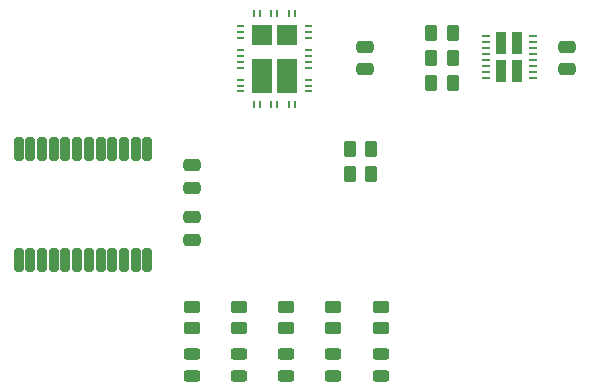
<source format=gbr>
%TF.GenerationSoftware,KiCad,Pcbnew,9.0.0*%
%TF.CreationDate,2025-04-03T15:52:47+03:00*%
%TF.ProjectId,poe splitter,706f6520-7370-46c6-9974-7465722e6b69,rev?*%
%TF.SameCoordinates,Original*%
%TF.FileFunction,Paste,Top*%
%TF.FilePolarity,Positive*%
%FSLAX46Y46*%
G04 Gerber Fmt 4.6, Leading zero omitted, Abs format (unit mm)*
G04 Created by KiCad (PCBNEW 9.0.0) date 2025-04-03 15:52:47*
%MOMM*%
%LPD*%
G01*
G04 APERTURE LIST*
G04 Aperture macros list*
%AMRoundRect*
0 Rectangle with rounded corners*
0 $1 Rounding radius*
0 $2 $3 $4 $5 $6 $7 $8 $9 X,Y pos of 4 corners*
0 Add a 4 corners polygon primitive as box body*
4,1,4,$2,$3,$4,$5,$6,$7,$8,$9,$2,$3,0*
0 Add four circle primitives for the rounded corners*
1,1,$1+$1,$2,$3*
1,1,$1+$1,$4,$5*
1,1,$1+$1,$6,$7*
1,1,$1+$1,$8,$9*
0 Add four rect primitives between the rounded corners*
20,1,$1+$1,$2,$3,$4,$5,0*
20,1,$1+$1,$4,$5,$6,$7,0*
20,1,$1+$1,$6,$7,$8,$9,0*
20,1,$1+$1,$8,$9,$2,$3,0*%
%AMOutline4P*
0 Free polygon, 4 corners , with rotation*
0 The origin of the aperture is its center*
0 number of corners: always 4*
0 $1 to $8 corner X, Y*
0 $9 Rotation angle, in degrees counterclockwise*
0 create outline with 4 corners*
4,1,4,$1,$2,$3,$4,$5,$6,$7,$8,$1,$2,$9*%
G04 Aperture macros list end*
%ADD10RoundRect,0.250000X-0.475000X0.250000X-0.475000X-0.250000X0.475000X-0.250000X0.475000X0.250000X0*%
%ADD11RoundRect,0.250000X0.262500X0.450000X-0.262500X0.450000X-0.262500X-0.450000X0.262500X-0.450000X0*%
%ADD12RoundRect,0.195000X-0.195000X0.805000X-0.195000X-0.805000X0.195000X-0.805000X0.195000X0.805000X0*%
%ADD13RoundRect,0.250000X0.450000X-0.262500X0.450000X0.262500X-0.450000X0.262500X-0.450000X-0.262500X0*%
%ADD14RoundRect,0.243750X-0.456250X0.243750X-0.456250X-0.243750X0.456250X-0.243750X0.456250X0.243750X0*%
%ADD15R,1.680000X1.680000*%
%ADD16R,1.680000X2.950000*%
%ADD17R,0.560000X0.280000*%
%ADD18C,0.280000*%
%ADD19R,0.280000X0.560000*%
%ADD20RoundRect,0.250000X-0.262500X-0.450000X0.262500X-0.450000X0.262500X0.450000X-0.262500X0.450000X0*%
%ADD21RoundRect,0.125000X-0.275000X-0.000010X0.275000X-0.000010X0.275000X0.000010X-0.275000X0.000010X0*%
%ADD22Outline4P,-0.450000X-0.925000X0.450000X-0.925000X0.450000X0.925000X-0.450000X0.925000X0.000000*%
%ADD23RoundRect,0.250000X0.475000X-0.250000X0.475000X0.250000X-0.475000X0.250000X-0.475000X-0.250000X0*%
G04 APERTURE END LIST*
D10*
%TO.C,C1*%
X116600000Y-58050000D03*
X116600000Y-59950000D03*
%TD*%
D11*
%TO.C,R4*%
X124012500Y-59000000D03*
X122187500Y-59000000D03*
%TD*%
D12*
%TO.C,TR2*%
X98140000Y-66750000D03*
X97150000Y-66750000D03*
X96160000Y-66750000D03*
X95170000Y-66750000D03*
X94180000Y-66750000D03*
X93190000Y-66750000D03*
X92200000Y-66750000D03*
X91210000Y-66750000D03*
X90220000Y-66750000D03*
X89230000Y-66750000D03*
X88240000Y-66750000D03*
X87250000Y-66750000D03*
X87250000Y-76150000D03*
X88240000Y-76150000D03*
X89230000Y-76150000D03*
X90220000Y-76150000D03*
X91210000Y-76150000D03*
X92200000Y-76150000D03*
X93190000Y-76150000D03*
X94180000Y-76150000D03*
X95170000Y-76150000D03*
X96160000Y-76150000D03*
X97150000Y-76150000D03*
X98140000Y-76150000D03*
%TD*%
D13*
%TO.C,R7*%
X105900000Y-81890000D03*
X105900000Y-80065000D03*
%TD*%
D10*
%TO.C,C4*%
X133700000Y-58050000D03*
X133700000Y-59950000D03*
%TD*%
D14*
%TO.C,D3*%
X109900000Y-84062500D03*
X109900000Y-85937500D03*
%TD*%
D15*
%TO.C,U1*%
X107860000Y-57040000D03*
D16*
X107860000Y-60525000D03*
D15*
X109940000Y-57040000D03*
D16*
X109940000Y-60525000D03*
D17*
X105980000Y-56350000D03*
D18*
X106260000Y-56350000D03*
D17*
X105980000Y-56850000D03*
D18*
X106260000Y-56850000D03*
D17*
X105980000Y-57350000D03*
D18*
X106260000Y-57350000D03*
D17*
X105980000Y-58350000D03*
D18*
X106260000Y-58350000D03*
D17*
X105980000Y-58850000D03*
D18*
X106260000Y-58850000D03*
D17*
X105980000Y-59350000D03*
D18*
X106260000Y-59350000D03*
D17*
X105980000Y-59850000D03*
D18*
X106260000Y-59850000D03*
D17*
X105980000Y-60850000D03*
D18*
X106260000Y-60850000D03*
D17*
X105980000Y-61350000D03*
D18*
X106260000Y-61350000D03*
D17*
X105980000Y-61850000D03*
D18*
X106260000Y-61850000D03*
X107150000Y-62745000D03*
D19*
X107150000Y-63025000D03*
D18*
X107650000Y-62745000D03*
D19*
X107650000Y-63025000D03*
D18*
X108650000Y-62745000D03*
D19*
X108650000Y-63025000D03*
D18*
X109150000Y-62745000D03*
D19*
X109150000Y-63025000D03*
D18*
X110150000Y-62745000D03*
D19*
X110150000Y-63025000D03*
D18*
X110650000Y-62745000D03*
D19*
X110650000Y-63025000D03*
D18*
X111540000Y-61850000D03*
D17*
X111820000Y-61850000D03*
D18*
X111540000Y-61350000D03*
D17*
X111820000Y-61350000D03*
D18*
X111540000Y-60850000D03*
D17*
X111820000Y-60850000D03*
D18*
X111540000Y-59850000D03*
D17*
X111820000Y-59850000D03*
D18*
X111540000Y-59350000D03*
D17*
X111820000Y-59350000D03*
D18*
X111540000Y-58850000D03*
D17*
X111820000Y-58850000D03*
D18*
X111540000Y-58350000D03*
D17*
X111820000Y-58350000D03*
D18*
X111540000Y-57350000D03*
D17*
X111820000Y-57350000D03*
D18*
X111540000Y-56850000D03*
D17*
X111820000Y-56850000D03*
D18*
X111540000Y-56350000D03*
D17*
X111820000Y-56350000D03*
D19*
X110650000Y-55175000D03*
D18*
X110650000Y-55455000D03*
D19*
X110150000Y-55175000D03*
D18*
X110150000Y-55455000D03*
D19*
X109150000Y-55175000D03*
D18*
X109150000Y-55455000D03*
D19*
X108650000Y-55175000D03*
D18*
X108650000Y-55455000D03*
D19*
X107650000Y-55175000D03*
D18*
X107650000Y-55455000D03*
D19*
X107150000Y-55175000D03*
D18*
X107150000Y-55455000D03*
%TD*%
D14*
%TO.C,D4*%
X113900000Y-84062500D03*
X113900000Y-85937500D03*
%TD*%
D11*
%TO.C,R2*%
X117112500Y-68800000D03*
X115287500Y-68800000D03*
%TD*%
D14*
%TO.C,D2*%
X105900000Y-84062500D03*
X105900000Y-85937500D03*
%TD*%
D20*
%TO.C,R3*%
X115287500Y-66700000D03*
X117112500Y-66700000D03*
%TD*%
D13*
%TO.C,R8*%
X109900000Y-81912500D03*
X109900000Y-80087500D03*
%TD*%
%TO.C,R6*%
X101900000Y-81890000D03*
X101900000Y-80065000D03*
%TD*%
D14*
%TO.C,D5*%
X117900000Y-84062500D03*
X117900000Y-85937500D03*
%TD*%
%TO.C,D1*%
X101900000Y-84040000D03*
X101900000Y-85915000D03*
%TD*%
D20*
%TO.C,R5*%
X122187500Y-61100000D03*
X124012500Y-61100000D03*
%TD*%
D21*
%TO.C,U2*%
X126780000Y-57190000D03*
X126780000Y-57690000D03*
X126780000Y-58190000D03*
X126780000Y-58690000D03*
X126780000Y-59190000D03*
X126780000Y-59690000D03*
X126780000Y-60190000D03*
X126780000Y-60690000D03*
X130780000Y-60690000D03*
X130780000Y-60190000D03*
X130780000Y-59690000D03*
X130780000Y-59190000D03*
X130780000Y-58690000D03*
X130780000Y-58190000D03*
X130780000Y-57690000D03*
X130780000Y-57190000D03*
D22*
X128105000Y-57790000D03*
X128105000Y-60090000D03*
X128105000Y-60090000D03*
X129455000Y-57790000D03*
X129455000Y-60090000D03*
X129455000Y-60090000D03*
%TD*%
D20*
%TO.C,R1*%
X122187500Y-56900000D03*
X124012500Y-56900000D03*
%TD*%
D23*
%TO.C,C3*%
X101900000Y-74400000D03*
X101900000Y-72500000D03*
%TD*%
%TO.C,C2*%
X101900000Y-70000000D03*
X101900000Y-68100000D03*
%TD*%
D13*
%TO.C,R10*%
X117900000Y-81912500D03*
X117900000Y-80087500D03*
%TD*%
%TO.C,R9*%
X113900000Y-81912500D03*
X113900000Y-80087500D03*
%TD*%
M02*

</source>
